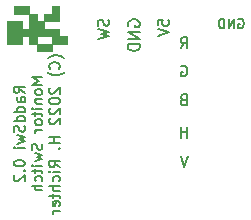
<source format=gbo>
%TF.GenerationSoftware,KiCad,Pcbnew,(5.1.6-0)*%
%TF.CreationDate,2022-11-03T10:15:40+01:00*%
%TF.ProjectId,Monitorswitch,4d6f6e69-746f-4727-9377-697463682e6b,rev?*%
%TF.SameCoordinates,Original*%
%TF.FileFunction,Legend,Bot*%
%TF.FilePolarity,Positive*%
%FSLAX46Y46*%
G04 Gerber Fmt 4.6, Leading zero omitted, Abs format (unit mm)*
G04 Created by KiCad (PCBNEW (5.1.6-0)) date 2022-11-03 10:15:40*
%MOMM*%
%LPD*%
G01*
G04 APERTURE LIST*
%ADD10C,0.150000*%
%ADD11C,0.100000*%
G04 APERTURE END LIST*
D10*
X145160923Y-95662800D02*
X145237114Y-95624704D01*
X145351400Y-95624704D01*
X145465685Y-95662800D01*
X145541876Y-95738990D01*
X145579971Y-95815180D01*
X145618066Y-95967561D01*
X145618066Y-96081847D01*
X145579971Y-96234228D01*
X145541876Y-96310419D01*
X145465685Y-96386609D01*
X145351400Y-96424704D01*
X145275209Y-96424704D01*
X145160923Y-96386609D01*
X145122828Y-96348514D01*
X145122828Y-96081847D01*
X145275209Y-96081847D01*
X144779971Y-96424704D02*
X144779971Y-95624704D01*
X144322828Y-96424704D01*
X144322828Y-95624704D01*
X143941876Y-96424704D02*
X143941876Y-95624704D01*
X143751400Y-95624704D01*
X143637114Y-95662800D01*
X143560923Y-95738990D01*
X143522828Y-95815180D01*
X143484733Y-95967561D01*
X143484733Y-96081847D01*
X143522828Y-96234228D01*
X143560923Y-96310419D01*
X143637114Y-96386609D01*
X143751400Y-96424704D01*
X143941876Y-96424704D01*
X140863600Y-107253942D02*
X140563600Y-108153942D01*
X140263600Y-107253942D01*
X140795342Y-105715542D02*
X140795342Y-104815542D01*
X140795342Y-105244114D02*
X140281057Y-105244114D01*
X140281057Y-105715542D02*
X140281057Y-104815542D01*
X140499314Y-102475514D02*
X140370742Y-102518371D01*
X140327885Y-102561228D01*
X140285028Y-102646942D01*
X140285028Y-102775514D01*
X140327885Y-102861228D01*
X140370742Y-102904085D01*
X140456457Y-102946942D01*
X140799314Y-102946942D01*
X140799314Y-102046942D01*
X140499314Y-102046942D01*
X140413600Y-102089800D01*
X140370742Y-102132657D01*
X140327885Y-102218371D01*
X140327885Y-102304085D01*
X140370742Y-102389800D01*
X140413600Y-102432657D01*
X140499314Y-102475514D01*
X140799314Y-102475514D01*
X140327885Y-99651400D02*
X140413600Y-99608542D01*
X140542171Y-99608542D01*
X140670742Y-99651400D01*
X140756457Y-99737114D01*
X140799314Y-99822828D01*
X140842171Y-99994257D01*
X140842171Y-100122828D01*
X140799314Y-100294257D01*
X140756457Y-100379971D01*
X140670742Y-100465685D01*
X140542171Y-100508542D01*
X140456457Y-100508542D01*
X140327885Y-100465685D01*
X140285028Y-100422828D01*
X140285028Y-100122828D01*
X140456457Y-100122828D01*
X140259628Y-98120942D02*
X140559628Y-97692371D01*
X140773914Y-98120942D02*
X140773914Y-97220942D01*
X140431057Y-97220942D01*
X140345342Y-97263800D01*
X140302485Y-97306657D01*
X140259628Y-97392371D01*
X140259628Y-97520942D01*
X140302485Y-97606657D01*
X140345342Y-97649514D01*
X140431057Y-97692371D01*
X140773914Y-97692371D01*
X127050142Y-101913171D02*
X126621571Y-101613171D01*
X127050142Y-101398885D02*
X126150142Y-101398885D01*
X126150142Y-101741742D01*
X126193000Y-101827457D01*
X126235857Y-101870314D01*
X126321571Y-101913171D01*
X126450142Y-101913171D01*
X126535857Y-101870314D01*
X126578714Y-101827457D01*
X126621571Y-101741742D01*
X126621571Y-101398885D01*
X127050142Y-102684600D02*
X126578714Y-102684600D01*
X126493000Y-102641742D01*
X126450142Y-102556028D01*
X126450142Y-102384600D01*
X126493000Y-102298885D01*
X127007285Y-102684600D02*
X127050142Y-102598885D01*
X127050142Y-102384600D01*
X127007285Y-102298885D01*
X126921571Y-102256028D01*
X126835857Y-102256028D01*
X126750142Y-102298885D01*
X126707285Y-102384600D01*
X126707285Y-102598885D01*
X126664428Y-102684600D01*
X127050142Y-103498885D02*
X126150142Y-103498885D01*
X127007285Y-103498885D02*
X127050142Y-103413171D01*
X127050142Y-103241742D01*
X127007285Y-103156028D01*
X126964428Y-103113171D01*
X126878714Y-103070314D01*
X126621571Y-103070314D01*
X126535857Y-103113171D01*
X126493000Y-103156028D01*
X126450142Y-103241742D01*
X126450142Y-103413171D01*
X126493000Y-103498885D01*
X127050142Y-104313171D02*
X126150142Y-104313171D01*
X127007285Y-104313171D02*
X127050142Y-104227457D01*
X127050142Y-104056028D01*
X127007285Y-103970314D01*
X126964428Y-103927457D01*
X126878714Y-103884600D01*
X126621571Y-103884600D01*
X126535857Y-103927457D01*
X126493000Y-103970314D01*
X126450142Y-104056028D01*
X126450142Y-104227457D01*
X126493000Y-104313171D01*
X127007285Y-104698885D02*
X127050142Y-104827457D01*
X127050142Y-105041742D01*
X127007285Y-105127457D01*
X126964428Y-105170314D01*
X126878714Y-105213171D01*
X126793000Y-105213171D01*
X126707285Y-105170314D01*
X126664428Y-105127457D01*
X126621571Y-105041742D01*
X126578714Y-104870314D01*
X126535857Y-104784600D01*
X126493000Y-104741742D01*
X126407285Y-104698885D01*
X126321571Y-104698885D01*
X126235857Y-104741742D01*
X126193000Y-104784600D01*
X126150142Y-104870314D01*
X126150142Y-105084600D01*
X126193000Y-105213171D01*
X126450142Y-105513171D02*
X127050142Y-105684600D01*
X126621571Y-105856028D01*
X127050142Y-106027457D01*
X126450142Y-106198885D01*
X127050142Y-106541742D02*
X126450142Y-106541742D01*
X126150142Y-106541742D02*
X126193000Y-106498885D01*
X126235857Y-106541742D01*
X126193000Y-106584600D01*
X126150142Y-106541742D01*
X126235857Y-106541742D01*
X126150142Y-107827457D02*
X126150142Y-107913171D01*
X126193000Y-107998885D01*
X126235857Y-108041742D01*
X126321571Y-108084600D01*
X126493000Y-108127457D01*
X126707285Y-108127457D01*
X126878714Y-108084600D01*
X126964428Y-108041742D01*
X127007285Y-107998885D01*
X127050142Y-107913171D01*
X127050142Y-107827457D01*
X127007285Y-107741742D01*
X126964428Y-107698885D01*
X126878714Y-107656028D01*
X126707285Y-107613171D01*
X126493000Y-107613171D01*
X126321571Y-107656028D01*
X126235857Y-107698885D01*
X126193000Y-107741742D01*
X126150142Y-107827457D01*
X126964428Y-108513171D02*
X127007285Y-108556028D01*
X127050142Y-108513171D01*
X127007285Y-108470314D01*
X126964428Y-108513171D01*
X127050142Y-108513171D01*
X126235857Y-108898885D02*
X126193000Y-108941742D01*
X126150142Y-109027457D01*
X126150142Y-109241742D01*
X126193000Y-109327457D01*
X126235857Y-109370314D01*
X126321571Y-109413171D01*
X126407285Y-109413171D01*
X126535857Y-109370314D01*
X127050142Y-108856028D01*
X127050142Y-109413171D01*
X128550142Y-100606028D02*
X127650142Y-100606028D01*
X128293000Y-100906028D01*
X127650142Y-101206028D01*
X128550142Y-101206028D01*
X128550142Y-101763171D02*
X128507285Y-101677457D01*
X128464428Y-101634600D01*
X128378714Y-101591742D01*
X128121571Y-101591742D01*
X128035857Y-101634600D01*
X127993000Y-101677457D01*
X127950142Y-101763171D01*
X127950142Y-101891742D01*
X127993000Y-101977457D01*
X128035857Y-102020314D01*
X128121571Y-102063171D01*
X128378714Y-102063171D01*
X128464428Y-102020314D01*
X128507285Y-101977457D01*
X128550142Y-101891742D01*
X128550142Y-101763171D01*
X127950142Y-102448885D02*
X128550142Y-102448885D01*
X128035857Y-102448885D02*
X127993000Y-102491742D01*
X127950142Y-102577457D01*
X127950142Y-102706028D01*
X127993000Y-102791742D01*
X128078714Y-102834600D01*
X128550142Y-102834600D01*
X128550142Y-103263171D02*
X127950142Y-103263171D01*
X127650142Y-103263171D02*
X127693000Y-103220314D01*
X127735857Y-103263171D01*
X127693000Y-103306028D01*
X127650142Y-103263171D01*
X127735857Y-103263171D01*
X127950142Y-103563171D02*
X127950142Y-103906028D01*
X127650142Y-103691742D02*
X128421571Y-103691742D01*
X128507285Y-103734600D01*
X128550142Y-103820314D01*
X128550142Y-103906028D01*
X128550142Y-104334600D02*
X128507285Y-104248885D01*
X128464428Y-104206028D01*
X128378714Y-104163171D01*
X128121571Y-104163171D01*
X128035857Y-104206028D01*
X127993000Y-104248885D01*
X127950142Y-104334600D01*
X127950142Y-104463171D01*
X127993000Y-104548885D01*
X128035857Y-104591742D01*
X128121571Y-104634600D01*
X128378714Y-104634600D01*
X128464428Y-104591742D01*
X128507285Y-104548885D01*
X128550142Y-104463171D01*
X128550142Y-104334600D01*
X128550142Y-105020314D02*
X127950142Y-105020314D01*
X128121571Y-105020314D02*
X128035857Y-105063171D01*
X127993000Y-105106028D01*
X127950142Y-105191742D01*
X127950142Y-105277457D01*
X128507285Y-106220314D02*
X128550142Y-106348885D01*
X128550142Y-106563171D01*
X128507285Y-106648885D01*
X128464428Y-106691742D01*
X128378714Y-106734600D01*
X128293000Y-106734600D01*
X128207285Y-106691742D01*
X128164428Y-106648885D01*
X128121571Y-106563171D01*
X128078714Y-106391742D01*
X128035857Y-106306028D01*
X127993000Y-106263171D01*
X127907285Y-106220314D01*
X127821571Y-106220314D01*
X127735857Y-106263171D01*
X127693000Y-106306028D01*
X127650142Y-106391742D01*
X127650142Y-106606028D01*
X127693000Y-106734600D01*
X127950142Y-107034600D02*
X128550142Y-107206028D01*
X128121571Y-107377457D01*
X128550142Y-107548885D01*
X127950142Y-107720314D01*
X128550142Y-108063171D02*
X127950142Y-108063171D01*
X127650142Y-108063171D02*
X127693000Y-108020314D01*
X127735857Y-108063171D01*
X127693000Y-108106028D01*
X127650142Y-108063171D01*
X127735857Y-108063171D01*
X127950142Y-108363171D02*
X127950142Y-108706028D01*
X127650142Y-108491742D02*
X128421571Y-108491742D01*
X128507285Y-108534600D01*
X128550142Y-108620314D01*
X128550142Y-108706028D01*
X128507285Y-109391742D02*
X128550142Y-109306028D01*
X128550142Y-109134600D01*
X128507285Y-109048885D01*
X128464428Y-109006028D01*
X128378714Y-108963171D01*
X128121571Y-108963171D01*
X128035857Y-109006028D01*
X127993000Y-109048885D01*
X127950142Y-109134600D01*
X127950142Y-109306028D01*
X127993000Y-109391742D01*
X128550142Y-109777457D02*
X127650142Y-109777457D01*
X128550142Y-110163171D02*
X128078714Y-110163171D01*
X127993000Y-110120314D01*
X127950142Y-110034600D01*
X127950142Y-109906028D01*
X127993000Y-109820314D01*
X128035857Y-109777457D01*
X130393000Y-98998885D02*
X130350142Y-98956028D01*
X130221571Y-98870314D01*
X130135857Y-98827457D01*
X130007285Y-98784600D01*
X129793000Y-98741742D01*
X129621571Y-98741742D01*
X129407285Y-98784600D01*
X129278714Y-98827457D01*
X129193000Y-98870314D01*
X129064428Y-98956028D01*
X129021571Y-98998885D01*
X129964428Y-99856028D02*
X130007285Y-99813171D01*
X130050142Y-99684600D01*
X130050142Y-99598885D01*
X130007285Y-99470314D01*
X129921571Y-99384600D01*
X129835857Y-99341742D01*
X129664428Y-99298885D01*
X129535857Y-99298885D01*
X129364428Y-99341742D01*
X129278714Y-99384600D01*
X129193000Y-99470314D01*
X129150142Y-99598885D01*
X129150142Y-99684600D01*
X129193000Y-99813171D01*
X129235857Y-99856028D01*
X130393000Y-100156028D02*
X130350142Y-100198885D01*
X130221571Y-100284600D01*
X130135857Y-100327457D01*
X130007285Y-100370314D01*
X129793000Y-100413171D01*
X129621571Y-100413171D01*
X129407285Y-100370314D01*
X129278714Y-100327457D01*
X129193000Y-100284600D01*
X129064428Y-100198885D01*
X129021571Y-100156028D01*
X129235857Y-101484600D02*
X129193000Y-101527457D01*
X129150142Y-101613171D01*
X129150142Y-101827457D01*
X129193000Y-101913171D01*
X129235857Y-101956028D01*
X129321571Y-101998885D01*
X129407285Y-101998885D01*
X129535857Y-101956028D01*
X130050142Y-101441742D01*
X130050142Y-101998885D01*
X129150142Y-102556028D02*
X129150142Y-102641742D01*
X129193000Y-102727457D01*
X129235857Y-102770314D01*
X129321571Y-102813171D01*
X129493000Y-102856028D01*
X129707285Y-102856028D01*
X129878714Y-102813171D01*
X129964428Y-102770314D01*
X130007285Y-102727457D01*
X130050142Y-102641742D01*
X130050142Y-102556028D01*
X130007285Y-102470314D01*
X129964428Y-102427457D01*
X129878714Y-102384600D01*
X129707285Y-102341742D01*
X129493000Y-102341742D01*
X129321571Y-102384600D01*
X129235857Y-102427457D01*
X129193000Y-102470314D01*
X129150142Y-102556028D01*
X129235857Y-103198885D02*
X129193000Y-103241742D01*
X129150142Y-103327457D01*
X129150142Y-103541742D01*
X129193000Y-103627457D01*
X129235857Y-103670314D01*
X129321571Y-103713171D01*
X129407285Y-103713171D01*
X129535857Y-103670314D01*
X130050142Y-103156028D01*
X130050142Y-103713171D01*
X129235857Y-104056028D02*
X129193000Y-104098885D01*
X129150142Y-104184599D01*
X129150142Y-104398885D01*
X129193000Y-104484599D01*
X129235857Y-104527457D01*
X129321571Y-104570314D01*
X129407285Y-104570314D01*
X129535857Y-104527457D01*
X130050142Y-104013171D01*
X130050142Y-104570314D01*
X130050142Y-105641742D02*
X129150142Y-105641742D01*
X129578714Y-105641742D02*
X129578714Y-106156028D01*
X130050142Y-106156028D02*
X129150142Y-106156028D01*
X129964428Y-106584599D02*
X130007285Y-106627457D01*
X130050142Y-106584599D01*
X130007285Y-106541742D01*
X129964428Y-106584599D01*
X130050142Y-106584599D01*
X130050142Y-108213171D02*
X129621571Y-107913171D01*
X130050142Y-107698885D02*
X129150142Y-107698885D01*
X129150142Y-108041742D01*
X129193000Y-108127457D01*
X129235857Y-108170314D01*
X129321571Y-108213171D01*
X129450142Y-108213171D01*
X129535857Y-108170314D01*
X129578714Y-108127457D01*
X129621571Y-108041742D01*
X129621571Y-107698885D01*
X130050142Y-108598885D02*
X129450142Y-108598885D01*
X129150142Y-108598885D02*
X129193000Y-108556028D01*
X129235857Y-108598885D01*
X129193000Y-108641742D01*
X129150142Y-108598885D01*
X129235857Y-108598885D01*
X130007285Y-109413171D02*
X130050142Y-109327457D01*
X130050142Y-109156028D01*
X130007285Y-109070314D01*
X129964428Y-109027457D01*
X129878714Y-108984599D01*
X129621571Y-108984599D01*
X129535857Y-109027457D01*
X129493000Y-109070314D01*
X129450142Y-109156028D01*
X129450142Y-109327457D01*
X129493000Y-109413171D01*
X130050142Y-109798885D02*
X129150142Y-109798885D01*
X130050142Y-110184599D02*
X129578714Y-110184599D01*
X129493000Y-110141742D01*
X129450142Y-110056028D01*
X129450142Y-109927457D01*
X129493000Y-109841742D01*
X129535857Y-109798885D01*
X129450142Y-110484599D02*
X129450142Y-110827457D01*
X129150142Y-110613171D02*
X129921571Y-110613171D01*
X130007285Y-110656028D01*
X130050142Y-110741742D01*
X130050142Y-110827457D01*
X130007285Y-111470314D02*
X130050142Y-111384599D01*
X130050142Y-111213171D01*
X130007285Y-111127457D01*
X129921571Y-111084599D01*
X129578714Y-111084599D01*
X129493000Y-111127457D01*
X129450142Y-111213171D01*
X129450142Y-111384599D01*
X129493000Y-111470314D01*
X129578714Y-111513171D01*
X129664428Y-111513171D01*
X129750142Y-111084599D01*
X130050142Y-111898885D02*
X129450142Y-111898885D01*
X129621571Y-111898885D02*
X129535857Y-111941742D01*
X129493000Y-111984599D01*
X129450142Y-112070314D01*
X129450142Y-112156028D01*
X138368942Y-96196171D02*
X138368942Y-95767600D01*
X138797514Y-95724742D01*
X138754657Y-95767600D01*
X138711800Y-95853314D01*
X138711800Y-96067600D01*
X138754657Y-96153314D01*
X138797514Y-96196171D01*
X138883228Y-96239028D01*
X139097514Y-96239028D01*
X139183228Y-96196171D01*
X139226085Y-96153314D01*
X139268942Y-96067600D01*
X139268942Y-95853314D01*
X139226085Y-95767600D01*
X139183228Y-95724742D01*
X138368942Y-96496171D02*
X139268942Y-96796171D01*
X138368942Y-97096171D01*
X135847200Y-96266095D02*
X135799580Y-96170857D01*
X135799580Y-96028000D01*
X135847200Y-95885142D01*
X135942438Y-95789904D01*
X136037676Y-95742285D01*
X136228152Y-95694666D01*
X136371009Y-95694666D01*
X136561485Y-95742285D01*
X136656723Y-95789904D01*
X136751961Y-95885142D01*
X136799580Y-96028000D01*
X136799580Y-96123238D01*
X136751961Y-96266095D01*
X136704342Y-96313714D01*
X136371009Y-96313714D01*
X136371009Y-96123238D01*
X136799580Y-96742285D02*
X135799580Y-96742285D01*
X136799580Y-97313714D01*
X135799580Y-97313714D01*
X136799580Y-97789904D02*
X135799580Y-97789904D01*
X135799580Y-98028000D01*
X135847200Y-98170857D01*
X135942438Y-98266095D01*
X136037676Y-98313714D01*
X136228152Y-98361333D01*
X136371009Y-98361333D01*
X136561485Y-98313714D01*
X136656723Y-98266095D01*
X136751961Y-98170857D01*
X136799580Y-98028000D01*
X136799580Y-97789904D01*
X134120685Y-95723171D02*
X134163542Y-95851742D01*
X134163542Y-96066028D01*
X134120685Y-96151742D01*
X134077828Y-96194600D01*
X133992114Y-96237457D01*
X133906400Y-96237457D01*
X133820685Y-96194600D01*
X133777828Y-96151742D01*
X133734971Y-96066028D01*
X133692114Y-95894600D01*
X133649257Y-95808885D01*
X133606400Y-95766028D01*
X133520685Y-95723171D01*
X133434971Y-95723171D01*
X133349257Y-95766028D01*
X133306400Y-95808885D01*
X133263542Y-95894600D01*
X133263542Y-96108885D01*
X133306400Y-96237457D01*
X133263542Y-96537457D02*
X134163542Y-96751742D01*
X133520685Y-96923171D01*
X134163542Y-97094600D01*
X133263542Y-97308885D01*
D11*
%TO.C,REF\u002A\u002A*%
G36*
X129336800Y-95834200D02*
G01*
X129971800Y-95834200D01*
X129971800Y-94564200D01*
X129336800Y-94564200D01*
X129336800Y-95834200D01*
G37*
X129336800Y-95834200D02*
X129971800Y-95834200D01*
X129971800Y-94564200D01*
X129336800Y-94564200D01*
X129336800Y-95834200D01*
G36*
X128701800Y-95834200D02*
G01*
X129336800Y-95834200D01*
X129336800Y-95199200D01*
X128701800Y-95199200D01*
X128701800Y-95834200D01*
G37*
X128701800Y-95834200D02*
X129336800Y-95834200D01*
X129336800Y-95199200D01*
X128701800Y-95199200D01*
X128701800Y-95834200D01*
G36*
X129336800Y-97104200D02*
G01*
X129336800Y-97739200D01*
X130606800Y-97739200D01*
X130606800Y-97104200D01*
X129336800Y-97104200D01*
G37*
X129336800Y-97104200D02*
X129336800Y-97739200D01*
X130606800Y-97739200D01*
X130606800Y-97104200D01*
X129336800Y-97104200D01*
G36*
X128701800Y-97104200D02*
G01*
X129971800Y-97104200D01*
X129971800Y-96469200D01*
X128701800Y-96469200D01*
X128701800Y-97104200D01*
G37*
X128701800Y-97104200D02*
X129971800Y-97104200D01*
X129971800Y-96469200D01*
X128701800Y-96469200D01*
X128701800Y-97104200D01*
G36*
X128066800Y-97104200D02*
G01*
X128701800Y-97104200D01*
X128701800Y-95834200D01*
X128066800Y-95834200D01*
X128066800Y-97104200D01*
G37*
X128066800Y-97104200D02*
X128701800Y-97104200D01*
X128701800Y-95834200D01*
X128066800Y-95834200D01*
X128066800Y-97104200D01*
G36*
X128066800Y-97739200D02*
G01*
X129336800Y-97739200D01*
X129336800Y-98374200D01*
X128066800Y-98374200D01*
X128066800Y-97739200D01*
G37*
X128066800Y-97739200D02*
X129336800Y-97739200D01*
X129336800Y-98374200D01*
X128066800Y-98374200D01*
X128066800Y-97739200D01*
G36*
X127431800Y-95834200D02*
G01*
X127431800Y-97739200D01*
X128066800Y-97739200D01*
X128066800Y-95834200D01*
X127431800Y-95834200D01*
G37*
X127431800Y-95834200D02*
X127431800Y-97739200D01*
X128066800Y-97739200D01*
X128066800Y-95834200D01*
X127431800Y-95834200D01*
G36*
X127431800Y-95199200D02*
G01*
X126161800Y-95199200D01*
X126161800Y-94564200D01*
X127431800Y-94564200D01*
X127431800Y-95199200D01*
G37*
X127431800Y-95199200D02*
X126161800Y-95199200D01*
X126161800Y-94564200D01*
X127431800Y-94564200D01*
X127431800Y-95199200D01*
G36*
X127431800Y-95834200D02*
G01*
X127431800Y-95199200D01*
X128066800Y-95199200D01*
X128066800Y-95834200D01*
X127431800Y-95834200D01*
G37*
X127431800Y-95834200D02*
X127431800Y-95199200D01*
X128066800Y-95199200D01*
X128066800Y-95834200D01*
X127431800Y-95834200D01*
G36*
X126796800Y-96469200D02*
G01*
X127431800Y-96469200D01*
X127431800Y-97104200D01*
X126796800Y-97104200D01*
X126796800Y-96469200D01*
G37*
X126796800Y-96469200D02*
X127431800Y-96469200D01*
X127431800Y-97104200D01*
X126796800Y-97104200D01*
X126796800Y-96469200D01*
G36*
X125526800Y-95834200D02*
G01*
X125526800Y-97739200D01*
X126796800Y-97739200D01*
X126796800Y-95834200D01*
X125526800Y-95834200D01*
G37*
X125526800Y-95834200D02*
X125526800Y-97739200D01*
X126796800Y-97739200D01*
X126796800Y-95834200D01*
X125526800Y-95834200D01*
%TD*%
M02*

</source>
